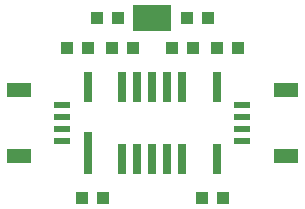
<source format=gtp>
G75*
%MOIN*%
%OFA0B0*%
%FSLAX25Y25*%
%IPPOS*%
%LPD*%
%AMOC8*
5,1,8,0,0,1.08239X$1,22.5*
%
%ADD10R,0.04331X0.03937*%
%ADD11R,0.13000X0.08800*%
%ADD12R,0.07874X0.04724*%
%ADD13R,0.05315X0.02362*%
%ADD14R,0.02756X0.10236*%
%ADD15R,0.03150X0.14173*%
%ADD16R,0.03150X0.10236*%
D10*
X0164987Y0070000D03*
X0171680Y0070000D03*
X0204987Y0070000D03*
X0211680Y0070000D03*
X0209987Y0120000D03*
X0216680Y0120000D03*
X0201680Y0120000D03*
X0194987Y0120000D03*
X0181680Y0120000D03*
X0174987Y0120000D03*
X0166680Y0120000D03*
X0159987Y0120000D03*
X0169987Y0130000D03*
X0176680Y0130000D03*
X0199987Y0130000D03*
X0206680Y0130000D03*
D11*
X0188333Y0130000D03*
D12*
X0143865Y0106024D03*
X0143865Y0083976D03*
X0232802Y0083976D03*
X0232802Y0106024D03*
D13*
X0218333Y0100906D03*
X0218333Y0096969D03*
X0218333Y0093031D03*
X0218333Y0089094D03*
X0158333Y0089094D03*
X0158333Y0093031D03*
X0158333Y0096969D03*
X0158333Y0100906D03*
D14*
X0178333Y0107008D03*
X0183333Y0107008D03*
X0188333Y0107008D03*
X0193333Y0107008D03*
X0198333Y0107008D03*
X0198333Y0082992D03*
X0193333Y0082992D03*
X0188333Y0082992D03*
X0183333Y0082992D03*
X0178333Y0082992D03*
D15*
X0166680Y0084961D03*
D16*
X0209987Y0082992D03*
X0209987Y0107008D03*
X0166680Y0107008D03*
M02*

</source>
